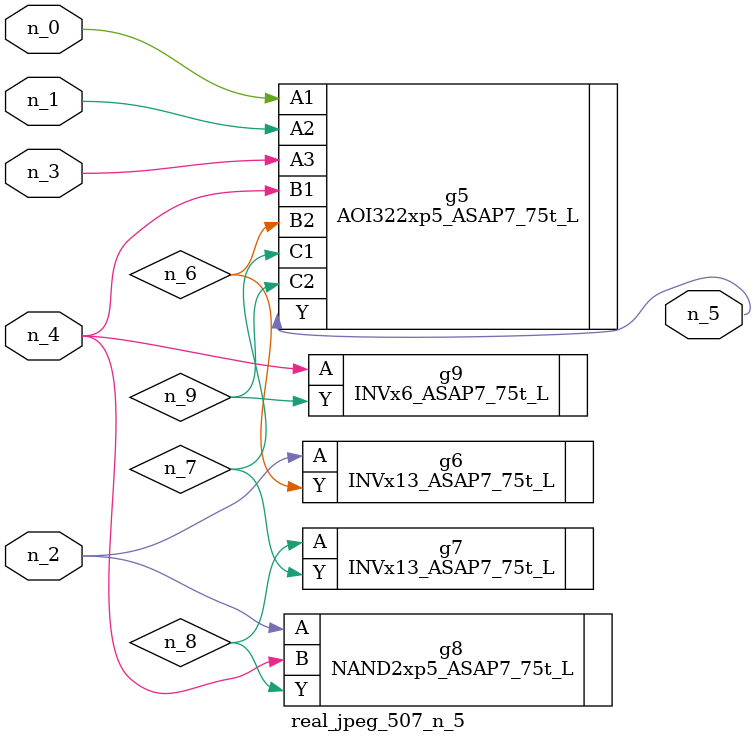
<source format=v>
module real_jpeg_507_n_5 (n_4, n_0, n_1, n_2, n_3, n_5);

input n_4;
input n_0;
input n_1;
input n_2;
input n_3;

output n_5;

wire n_8;
wire n_6;
wire n_7;
wire n_9;

AOI322xp5_ASAP7_75t_L g5 ( 
.A1(n_0),
.A2(n_1),
.A3(n_3),
.B1(n_4),
.B2(n_6),
.C1(n_7),
.C2(n_9),
.Y(n_5)
);

INVx13_ASAP7_75t_L g6 ( 
.A(n_2),
.Y(n_6)
);

NAND2xp5_ASAP7_75t_L g8 ( 
.A(n_2),
.B(n_4),
.Y(n_8)
);

INVx6_ASAP7_75t_L g9 ( 
.A(n_4),
.Y(n_9)
);

INVx13_ASAP7_75t_L g7 ( 
.A(n_8),
.Y(n_7)
);


endmodule
</source>
